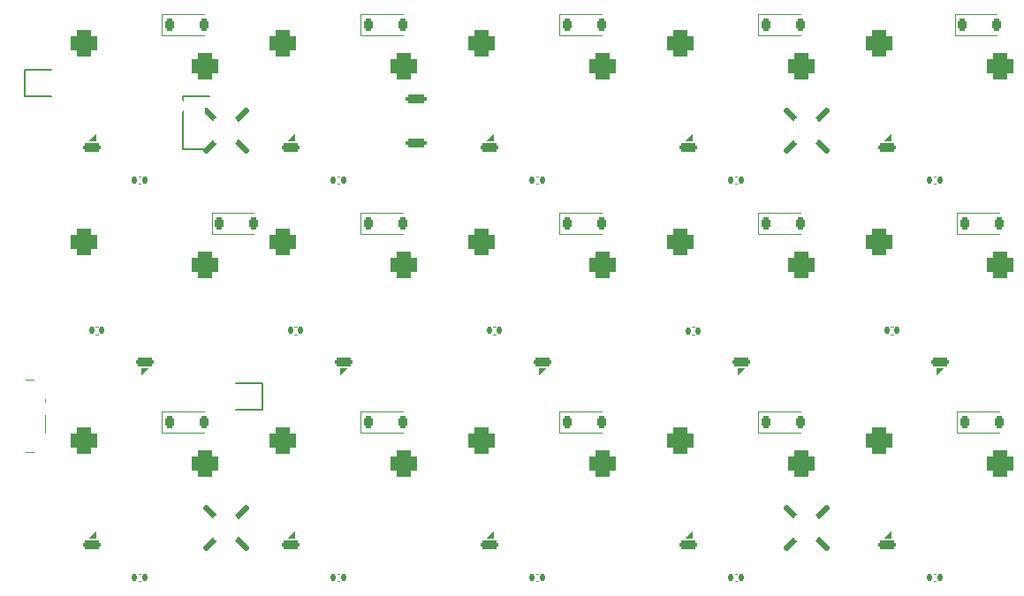
<source format=gbr>
%TF.GenerationSoftware,KiCad,Pcbnew,7.0.8*%
%TF.CreationDate,2023-12-01T15:01:34+01:00*%
%TF.ProjectId,briquet-rounded,62726971-7565-4742-9d72-6f756e646564,rev?*%
%TF.SameCoordinates,Original*%
%TF.FileFunction,Legend,Bot*%
%TF.FilePolarity,Positive*%
%FSLAX46Y46*%
G04 Gerber Fmt 4.6, Leading zero omitted, Abs format (unit mm)*
G04 Created by KiCad (PCBNEW 7.0.8) date 2023-12-01 15:01:34*
%MOMM*%
%LPD*%
G01*
G04 APERTURE LIST*
G04 Aperture macros list*
%AMRoundRect*
0 Rectangle with rounded corners*
0 $1 Rounding radius*
0 $2 $3 $4 $5 $6 $7 $8 $9 X,Y pos of 4 corners*
0 Add a 4 corners polygon primitive as box body*
4,1,4,$2,$3,$4,$5,$6,$7,$8,$9,$2,$3,0*
0 Add four circle primitives for the rounded corners*
1,1,$1+$1,$2,$3*
1,1,$1+$1,$4,$5*
1,1,$1+$1,$6,$7*
1,1,$1+$1,$8,$9*
0 Add four rect primitives between the rounded corners*
20,1,$1+$1,$2,$3,$4,$5,0*
20,1,$1+$1,$4,$5,$6,$7,0*
20,1,$1+$1,$6,$7,$8,$9,0*
20,1,$1+$1,$8,$9,$2,$3,0*%
G04 Aperture macros list end*
%ADD10C,0.600000*%
%ADD11C,0.150000*%
%ADD12C,0.100000*%
%ADD13C,0.120000*%
%ADD14C,3.000000*%
%ADD15C,1.600000*%
%ADD16R,1.700000X0.820000*%
%ADD17RoundRect,0.205000X0.645000X0.205000X-0.645000X0.205000X-0.645000X-0.205000X0.645000X-0.205000X0*%
%ADD18C,1.701800*%
%ADD19C,0.990600*%
%ADD20C,3.429000*%
%ADD21RoundRect,0.650000X-0.650000X-0.650000X0.650000X-0.650000X0.650000X0.650000X-0.650000X0.650000X0*%
%ADD22RoundRect,0.225000X-0.225000X-0.375000X0.225000X-0.375000X0.225000X0.375000X-0.225000X0.375000X0*%
%ADD23RoundRect,0.140000X0.140000X0.170000X-0.140000X0.170000X-0.140000X-0.170000X0.140000X-0.170000X0*%
%ADD24RoundRect,0.140000X-0.140000X-0.170000X0.140000X-0.170000X0.140000X0.170000X-0.140000X0.170000X0*%
%ADD25RoundRect,0.205000X-0.645000X-0.205000X0.645000X-0.205000X0.645000X0.205000X-0.645000X0.205000X0*%
%ADD26RoundRect,0.200000X-0.800000X0.200000X-0.800000X-0.200000X0.800000X-0.200000X0.800000X0.200000X0*%
%ADD27RoundRect,0.200000X0.800000X-0.200000X0.800000X0.200000X-0.800000X0.200000X-0.800000X-0.200000X0*%
%ADD28R,0.800000X1.000000*%
%ADD29C,0.900000*%
%ADD30R,1.500000X0.700000*%
G04 APERTURE END LIST*
D10*
%TO.C,H4*%
X159270000Y-86201250D02*
X163080000Y-90011250D01*
X163080000Y-86201250D02*
X159270000Y-90011250D01*
%TO.C,H3*%
X103620000Y-86201250D02*
X107430000Y-90011250D01*
X107430000Y-86201250D02*
X103620000Y-90011250D01*
%TO.C,H2*%
X159270000Y-48101250D02*
X163080000Y-51911250D01*
X163080000Y-48101250D02*
X159270000Y-51911250D01*
D11*
%TO.C,J1*%
X86330000Y-44195000D02*
X88870000Y-44195000D01*
X86330000Y-46735000D02*
X86330000Y-44195000D01*
X86330000Y-46735000D02*
X88870000Y-46735000D01*
X101420000Y-46725000D02*
X103960000Y-46725000D01*
X101420000Y-51805000D02*
X101420000Y-46725000D01*
X101420000Y-51805000D02*
X103960000Y-51805000D01*
D10*
%TO.C,H1*%
X103620000Y-48101250D02*
X107430000Y-51911250D01*
X107430000Y-48101250D02*
X103620000Y-51911250D01*
%TO.C,LED14*%
D12*
X150200000Y-89087502D02*
X149600000Y-89087502D01*
X150200000Y-88487502D01*
X150200000Y-89087502D01*
G36*
X150200000Y-89087502D02*
G01*
X149600000Y-89087502D01*
X150200000Y-88487502D01*
X150200000Y-89087502D01*
G37*
%TO.C,LED5*%
X169250000Y-50987500D02*
X168650000Y-50987500D01*
X169250000Y-50387500D01*
X169250000Y-50987500D01*
G36*
X169250000Y-50987500D02*
G01*
X168650000Y-50987500D01*
X169250000Y-50387500D01*
X169250000Y-50987500D01*
G37*
D13*
%TO.C,D6*%
X118489372Y-76986396D02*
X122499372Y-76986396D01*
X118489372Y-78986396D02*
X122499372Y-78986396D01*
X118489372Y-78986396D02*
X118489372Y-76986396D01*
%TO.C,C7*%
X112358415Y-69565485D02*
X112142743Y-69565485D01*
X112358415Y-68845485D02*
X112142743Y-68845485D01*
%TO.C,LED15*%
D12*
X169250000Y-89087502D02*
X168650000Y-89087502D01*
X169250000Y-88487502D01*
X169250000Y-89087502D01*
G36*
X169250000Y-89087502D02*
G01*
X168650000Y-89087502D01*
X169250000Y-88487502D01*
X169250000Y-89087502D01*
G37*
D13*
%TO.C,C1*%
X97192817Y-54409072D02*
X97408489Y-54409072D01*
X97192817Y-55129072D02*
X97408489Y-55129072D01*
%TO.C,D13*%
X175440000Y-38886172D02*
X179450000Y-38886172D01*
X175440000Y-40886172D02*
X179450000Y-40886172D01*
X175440000Y-40886172D02*
X175440000Y-38886172D01*
%TO.C,LED1*%
D12*
X93050000Y-50987500D02*
X92450000Y-50987500D01*
X93050000Y-50387500D01*
X93050000Y-50987500D01*
G36*
X93050000Y-50987500D02*
G01*
X92450000Y-50987500D01*
X93050000Y-50387500D01*
X93050000Y-50987500D01*
G37*
%TO.C,LED11*%
X93050560Y-89088032D02*
X92450560Y-89088032D01*
X93050560Y-88488032D01*
X93050560Y-89088032D01*
G36*
X93050560Y-89088032D02*
G01*
X92450560Y-89088032D01*
X93050560Y-88488032D01*
X93050560Y-89088032D01*
G37*
D13*
%TO.C,C12*%
X116242929Y-92509296D02*
X116458601Y-92509296D01*
X116242929Y-93229296D02*
X116458601Y-93229296D01*
%TO.C,D2*%
X104201564Y-57936284D02*
X108211564Y-57936284D01*
X104201564Y-59936284D02*
X108211564Y-59936284D01*
X104201564Y-59936284D02*
X104201564Y-57936284D01*
%TO.C,LED7*%
D12*
X154600000Y-73437502D02*
X154600000Y-72837502D01*
X155200000Y-72837502D01*
X154600000Y-73437502D01*
G36*
X154600000Y-73437502D02*
G01*
X154600000Y-72837502D01*
X155200000Y-72837502D01*
X154600000Y-73437502D01*
G37*
D13*
%TO.C,D11*%
X156589372Y-57936284D02*
X160599372Y-57936284D01*
X156589372Y-59936284D02*
X160599372Y-59936284D01*
X156589372Y-59936284D02*
X156589372Y-57936284D01*
%TO.C,D5*%
X118489148Y-57936284D02*
X122499148Y-57936284D01*
X118489148Y-59936284D02*
X122499148Y-59936284D01*
X118489148Y-59936284D02*
X118489148Y-57936284D01*
%TO.C,C11*%
X97192257Y-92508766D02*
X97407929Y-92508766D01*
X97192257Y-93228766D02*
X97407929Y-93228766D01*
%TO.C,C4*%
X154343153Y-54409072D02*
X154558825Y-54409072D01*
X154343153Y-55129072D02*
X154558825Y-55129072D01*
%TO.C,D7*%
X137539372Y-38886172D02*
X141549372Y-38886172D01*
X137539372Y-40886172D02*
X141549372Y-40886172D01*
X137539372Y-40886172D02*
X137539372Y-38886172D01*
%TO.C,LED6*%
D12*
X173650000Y-73437502D02*
X173650000Y-72837502D01*
X174250000Y-72837502D01*
X173650000Y-73437502D01*
G36*
X173650000Y-73437502D02*
G01*
X173650000Y-72837502D01*
X174250000Y-72837502D01*
X173650000Y-73437502D01*
G37*
D11*
%TO.C,J2*%
X109022196Y-76817500D02*
X106482196Y-76817500D01*
X109022196Y-76817500D02*
X109022196Y-74277500D01*
X109022196Y-74277500D02*
X106482196Y-74277500D01*
D13*
%TO.C,D3*%
X99439372Y-76986396D02*
X103449372Y-76986396D01*
X99439372Y-78986396D02*
X103449372Y-78986396D01*
X99439372Y-78986396D02*
X99439372Y-76986396D01*
%TO.C,LED10*%
D12*
X97450000Y-73437502D02*
X97450000Y-72837502D01*
X98050000Y-72837502D01*
X97450000Y-73437502D01*
G36*
X97450000Y-73437502D02*
G01*
X97450000Y-72837502D01*
X98050000Y-72837502D01*
X97450000Y-73437502D01*
G37*
D13*
%TO.C,C3*%
X135293041Y-54409072D02*
X135508713Y-54409072D01*
X135293041Y-55129072D02*
X135508713Y-55129072D01*
%TO.C,LED4*%
D12*
X150200000Y-50987500D02*
X149600000Y-50987500D01*
X150200000Y-50387500D01*
X150200000Y-50987500D01*
G36*
X150200000Y-50987500D02*
G01*
X149600000Y-50987500D01*
X150200000Y-50387500D01*
X150200000Y-50987500D01*
G37*
%TO.C,LED8*%
X135550000Y-73437502D02*
X135550000Y-72837502D01*
X136150000Y-72837502D01*
X135550000Y-73437502D01*
G36*
X135550000Y-73437502D02*
G01*
X135550000Y-72837502D01*
X136150000Y-72837502D01*
X135550000Y-73437502D01*
G37*
%TO.C,LED3*%
X131150000Y-50987500D02*
X130550000Y-50987500D01*
X131150000Y-50387500D01*
X131150000Y-50987500D01*
G36*
X131150000Y-50987500D02*
G01*
X130550000Y-50987500D01*
X131150000Y-50387500D01*
X131150000Y-50987500D01*
G37*
%TO.C,LED12*%
X112100672Y-89088032D02*
X111500672Y-89088032D01*
X112100672Y-88488032D01*
X112100672Y-89088032D01*
G36*
X112100672Y-89088032D02*
G01*
X111500672Y-89088032D01*
X112100672Y-88488032D01*
X112100672Y-89088032D01*
G37*
%TO.C,LED2*%
X112100000Y-50987500D02*
X111500000Y-50987500D01*
X112100000Y-50387500D01*
X112100000Y-50987500D01*
G36*
X112100000Y-50987500D02*
G01*
X111500000Y-50987500D01*
X112100000Y-50387500D01*
X112100000Y-50987500D01*
G37*
D13*
%TO.C,D9*%
X137539372Y-76986396D02*
X141549372Y-76986396D01*
X137539372Y-78986396D02*
X141549372Y-78986396D01*
X137539372Y-78986396D02*
X137539372Y-76986396D01*
%TO.C,C2*%
X116242929Y-54409072D02*
X116458601Y-54409072D01*
X116242929Y-55129072D02*
X116458601Y-55129072D01*
%TO.C,D15*%
X175639484Y-76986396D02*
X179649484Y-76986396D01*
X175639484Y-78986396D02*
X179649484Y-78986396D01*
X175639484Y-78986396D02*
X175639484Y-76986396D01*
%TO.C,C8*%
X131408527Y-69565485D02*
X131192855Y-69565485D01*
X131408527Y-68845485D02*
X131192855Y-68845485D01*
%TO.C,C14*%
X154343153Y-92509296D02*
X154558825Y-92509296D01*
X154343153Y-93229296D02*
X154558825Y-93229296D01*
%TO.C,SW13*%
X87150000Y-80841080D02*
X86360000Y-80841080D01*
X88200000Y-78991080D02*
X88200000Y-77291080D01*
X88200000Y-75991080D02*
X88200000Y-75791080D01*
X86360000Y-73941080D02*
X87150000Y-73941080D01*
%TO.C,C9*%
X150458639Y-69579079D02*
X150242967Y-69579079D01*
X150458639Y-68859079D02*
X150242967Y-68859079D01*
%TO.C,D10*%
X156589372Y-38886172D02*
X160599372Y-38886172D01*
X156589372Y-40886172D02*
X160599372Y-40886172D01*
X156589372Y-40886172D02*
X156589372Y-38886172D01*
%TO.C,LED9*%
D12*
X116500000Y-73437502D02*
X116500000Y-72837502D01*
X117100000Y-72837502D01*
X116500000Y-73437502D01*
G36*
X116500000Y-73437502D02*
G01*
X116500000Y-72837502D01*
X117100000Y-72837502D01*
X116500000Y-73437502D01*
G37*
D13*
%TO.C,C15*%
X173393265Y-92509296D02*
X173608937Y-92509296D01*
X173393265Y-93229296D02*
X173608937Y-93229296D01*
%TO.C,LED13*%
D12*
X131150000Y-89087502D02*
X130550000Y-89087502D01*
X131150000Y-88487502D01*
X131150000Y-89087502D01*
G36*
X131150000Y-89087502D02*
G01*
X130550000Y-89087502D01*
X131150000Y-88487502D01*
X131150000Y-89087502D01*
G37*
D13*
%TO.C,C10*%
X169508751Y-69565485D02*
X169293079Y-69565485D01*
X169508751Y-68845485D02*
X169293079Y-68845485D01*
%TO.C,C5*%
X173393265Y-54409072D02*
X173608937Y-54409072D01*
X173393265Y-55129072D02*
X173608937Y-55129072D01*
%TO.C,D12*%
X156589372Y-76986396D02*
X160599372Y-76986396D01*
X156589372Y-78986396D02*
X160599372Y-78986396D01*
X156589372Y-78986396D02*
X156589372Y-76986396D01*
%TO.C,C13*%
X135293041Y-92509296D02*
X135508713Y-92509296D01*
X135293041Y-93229296D02*
X135508713Y-93229296D01*
%TO.C,D4*%
X118489372Y-38886172D02*
X122499372Y-38886172D01*
X118489372Y-40886172D02*
X122499372Y-40886172D01*
X118489372Y-40886172D02*
X118489372Y-38886172D01*
%TO.C,D8*%
X137539260Y-57936284D02*
X141549260Y-57936284D01*
X137539260Y-59936284D02*
X141549260Y-59936284D01*
X137539260Y-59936284D02*
X137539260Y-57936284D01*
%TO.C,D1*%
X99439372Y-38886172D02*
X103449372Y-38886172D01*
X99439372Y-40886172D02*
X103449372Y-40886172D01*
X99439372Y-40886172D02*
X99439372Y-38886172D01*
%TO.C,C6*%
X93308303Y-69565485D02*
X93092631Y-69565485D01*
X93308303Y-68845485D02*
X93092631Y-68845485D01*
%TO.C,D14*%
X175639484Y-57936284D02*
X179649484Y-57936284D01*
X175639484Y-59936284D02*
X179649484Y-59936284D01*
X175639484Y-59936284D02*
X175639484Y-57936284D01*
%TD*%
%LPC*%
D14*
%TO.C,H4*%
X161175000Y-88106250D03*
%TD*%
%TO.C,H3*%
X105525000Y-88106250D03*
%TD*%
%TO.C,H2*%
X161175000Y-50006250D03*
%TD*%
D15*
%TO.C,J1*%
X87600000Y-42924000D03*
X87600000Y-45464000D03*
X87600000Y-48004000D03*
X87600000Y-50544000D03*
X87600000Y-53084000D03*
X87600000Y-55624000D03*
X87600000Y-58164000D03*
X87600000Y-60704000D03*
X87600000Y-63244000D03*
X87600000Y-65784000D03*
X87600000Y-68324000D03*
X87600000Y-70864000D03*
X102840000Y-55624000D03*
X102840000Y-58164000D03*
X102840000Y-48004000D03*
X102840000Y-50544000D03*
%TD*%
D14*
%TO.C,H1*%
X105525000Y-50006250D03*
%TD*%
D16*
%TO.C,LED14*%
X154950000Y-91237502D03*
X154950000Y-89737502D03*
D17*
X149850000Y-89737502D03*
D16*
X149850000Y-91237502D03*
%TD*%
D18*
%TO.C,CHOC11*%
X89750000Y-85725000D03*
D19*
X90030000Y-89925000D03*
D20*
X95250000Y-85725000D03*
D14*
X95250000Y-79775000D03*
X100250000Y-81975000D03*
D18*
X100750000Y-85725000D03*
D21*
X103525000Y-81975000D03*
X91975000Y-79775000D03*
%TD*%
D16*
%TO.C,LED5*%
X174000000Y-53137500D03*
X174000000Y-51637500D03*
D17*
X168900000Y-51637500D03*
D16*
X168900000Y-53137500D03*
%TD*%
D22*
%TO.C,D6*%
X119199372Y-77986396D03*
X122499372Y-77986396D03*
%TD*%
D23*
%TO.C,C7*%
X112730579Y-69205485D03*
X111770579Y-69205485D03*
%TD*%
D18*
%TO.C,CHOC13*%
X127850001Y-85725001D03*
D19*
X128130001Y-89925001D03*
D20*
X133350001Y-85725001D03*
D14*
X133350001Y-79775001D03*
X138350001Y-81975001D03*
D18*
X138850001Y-85725001D03*
D21*
X141625001Y-81975001D03*
X130075001Y-79775001D03*
%TD*%
D16*
%TO.C,LED15*%
X174000000Y-91237502D03*
X174000000Y-89737502D03*
D17*
X168900000Y-89737502D03*
D16*
X168900000Y-91237502D03*
%TD*%
D24*
%TO.C,C1*%
X96820653Y-54769072D03*
X97780653Y-54769072D03*
%TD*%
D22*
%TO.C,D13*%
X176150000Y-39886172D03*
X179450000Y-39886172D03*
%TD*%
D18*
%TO.C,CHOC8*%
X127850001Y-66675001D03*
D19*
X128130001Y-70875001D03*
D20*
X133350001Y-66675001D03*
D14*
X133350001Y-60725001D03*
X138350001Y-62925001D03*
D18*
X138850001Y-66675001D03*
D21*
X141625001Y-62925001D03*
X130075001Y-60725001D03*
%TD*%
D16*
%TO.C,LED1*%
X97800000Y-53137500D03*
X97800000Y-51637500D03*
D17*
X92700000Y-51637500D03*
D16*
X92700000Y-53137500D03*
%TD*%
%TO.C,LED11*%
X97800560Y-91238032D03*
X97800560Y-89738032D03*
D17*
X92700560Y-89738032D03*
D16*
X92700560Y-91238032D03*
%TD*%
D24*
%TO.C,C12*%
X115870765Y-92869296D03*
X116830765Y-92869296D03*
%TD*%
D22*
%TO.C,D2*%
X104911564Y-58936284D03*
X108211564Y-58936284D03*
%TD*%
D16*
%TO.C,LED7*%
X149850000Y-70687502D03*
X149850000Y-72187502D03*
D25*
X154950000Y-72187502D03*
D16*
X154950000Y-70687502D03*
%TD*%
D26*
%TO.C,RST1*%
X123825728Y-47013570D03*
D27*
X123825728Y-51213570D03*
%TD*%
D22*
%TO.C,D11*%
X157299372Y-58936284D03*
X160599372Y-58936284D03*
%TD*%
D18*
%TO.C,CHOC1*%
X89750000Y-47624998D03*
D19*
X90030000Y-51824998D03*
D20*
X95250000Y-47624998D03*
D14*
X95250000Y-41674998D03*
X100250000Y-43874998D03*
D18*
X100750000Y-47624998D03*
D21*
X103525000Y-43874998D03*
X91975000Y-41674998D03*
%TD*%
D22*
%TO.C,D5*%
X119199148Y-58936284D03*
X122499148Y-58936284D03*
%TD*%
D24*
%TO.C,C11*%
X96820093Y-92868766D03*
X97780093Y-92868766D03*
%TD*%
%TO.C,C4*%
X153970989Y-54769072D03*
X154930989Y-54769072D03*
%TD*%
D22*
%TO.C,D7*%
X138249372Y-39886172D03*
X141549372Y-39886172D03*
%TD*%
D16*
%TO.C,LED6*%
X168900000Y-70687502D03*
X168900000Y-72187502D03*
D25*
X174000000Y-72187502D03*
D16*
X174000000Y-70687502D03*
%TD*%
D18*
%TO.C,CHOC9*%
X146900000Y-66675000D03*
D19*
X147180000Y-70875000D03*
D20*
X152400000Y-66675000D03*
D14*
X152400000Y-60725000D03*
X157400000Y-62925000D03*
D18*
X157900000Y-66675000D03*
D21*
X160675000Y-62925000D03*
X149125000Y-60725000D03*
%TD*%
D15*
%TO.C,J2*%
X107752196Y-75547500D03*
X107752196Y-78087500D03*
%TD*%
D18*
%TO.C,CHOC5*%
X165950001Y-47624999D03*
D19*
X166230001Y-51824999D03*
D20*
X171450001Y-47624999D03*
D14*
X171450001Y-41674999D03*
X176450001Y-43874999D03*
D18*
X176950001Y-47624999D03*
D21*
X179725001Y-43874999D03*
X168175001Y-41674999D03*
%TD*%
D22*
%TO.C,D3*%
X100149372Y-77986396D03*
X103449372Y-77986396D03*
%TD*%
D16*
%TO.C,LED10*%
X92700000Y-70687502D03*
X92700000Y-72187502D03*
D25*
X97800000Y-72187502D03*
D16*
X97800000Y-70687502D03*
%TD*%
D24*
%TO.C,C3*%
X134920877Y-54769072D03*
X135880877Y-54769072D03*
%TD*%
D18*
%TO.C,CHOC3*%
X127850000Y-47624998D03*
D19*
X128130000Y-51824998D03*
D20*
X133350000Y-47624998D03*
D14*
X133350000Y-41674998D03*
X138350000Y-43874998D03*
D18*
X138850000Y-47624998D03*
D21*
X141625000Y-43874998D03*
X130075000Y-41674998D03*
%TD*%
D16*
%TO.C,LED4*%
X154950000Y-53137500D03*
X154950000Y-51637500D03*
D17*
X149850000Y-51637500D03*
D16*
X149850000Y-53137500D03*
%TD*%
%TO.C,LED8*%
X130800000Y-70687502D03*
X130800000Y-72187502D03*
D25*
X135900000Y-72187502D03*
D16*
X135900000Y-70687502D03*
%TD*%
%TO.C,LED3*%
X135900000Y-53137500D03*
X135900000Y-51637500D03*
D17*
X130800000Y-51637500D03*
D16*
X130800000Y-53137500D03*
%TD*%
D18*
%TO.C,CHOC10*%
X165950000Y-66675000D03*
D19*
X166230000Y-70875000D03*
D20*
X171450000Y-66675000D03*
D14*
X171450000Y-60725000D03*
X176450000Y-62925000D03*
D18*
X176950000Y-66675000D03*
D21*
X179725000Y-62925000D03*
X168175000Y-60725000D03*
%TD*%
D16*
%TO.C,LED12*%
X116850672Y-91238032D03*
X116850672Y-89738032D03*
D17*
X111750672Y-89738032D03*
D16*
X111750672Y-91238032D03*
%TD*%
%TO.C,LED2*%
X116850000Y-53137500D03*
X116850000Y-51637500D03*
D17*
X111750000Y-51637500D03*
D16*
X111750000Y-53137500D03*
%TD*%
D22*
%TO.C,D9*%
X138249372Y-77986396D03*
X141549372Y-77986396D03*
%TD*%
D24*
%TO.C,C2*%
X115870765Y-54769072D03*
X116830765Y-54769072D03*
%TD*%
D18*
%TO.C,CHOC2*%
X108800000Y-47624998D03*
D19*
X109080000Y-51824998D03*
D20*
X114300000Y-47624998D03*
D14*
X114300000Y-41674998D03*
X119300000Y-43874998D03*
D18*
X119800000Y-47624998D03*
D21*
X122575000Y-43874998D03*
X111025000Y-41674998D03*
%TD*%
D22*
%TO.C,D15*%
X176349484Y-77986396D03*
X179649484Y-77986396D03*
%TD*%
D23*
%TO.C,C8*%
X131780691Y-69205485D03*
X130820691Y-69205485D03*
%TD*%
D18*
%TO.C,CHOC15*%
X165950000Y-85725000D03*
D19*
X166230000Y-89925000D03*
D20*
X171450000Y-85725000D03*
D14*
X171450000Y-79775000D03*
X176450000Y-81975000D03*
D18*
X176950000Y-85725000D03*
D21*
X179725000Y-81975000D03*
X168175000Y-79775000D03*
%TD*%
D24*
%TO.C,C14*%
X153970989Y-92869296D03*
X154930989Y-92869296D03*
%TD*%
D18*
%TO.C,CHOC4*%
X146900000Y-47624998D03*
D19*
X147180000Y-51824998D03*
D20*
X152400000Y-47624998D03*
D14*
X152400000Y-41674998D03*
X157400000Y-43874998D03*
D18*
X157900000Y-47624998D03*
D21*
X160675000Y-43874998D03*
X149125000Y-41674998D03*
%TD*%
D28*
%TO.C,SW13*%
X87860000Y-81041080D03*
X85650000Y-81041080D03*
D29*
X86750000Y-78891080D03*
X86750000Y-75891080D03*
D28*
X87860000Y-73741080D03*
X85650000Y-73741080D03*
D30*
X88510000Y-79641080D03*
X88510000Y-76641080D03*
X88510000Y-75141080D03*
%TD*%
D23*
%TO.C,C9*%
X150830803Y-69219079D03*
X149870803Y-69219079D03*
%TD*%
D22*
%TO.C,D10*%
X157299372Y-39886172D03*
X160599372Y-39886172D03*
%TD*%
D18*
%TO.C,CHOC7*%
X108800000Y-66675000D03*
D19*
X109080000Y-70875000D03*
D20*
X114300000Y-66675000D03*
D14*
X114300000Y-60725000D03*
X119300000Y-62925000D03*
D18*
X119800000Y-66675000D03*
D21*
X122575000Y-62925000D03*
X111025000Y-60725000D03*
%TD*%
D16*
%TO.C,LED9*%
X111750000Y-70687502D03*
X111750000Y-72187502D03*
D25*
X116850000Y-72187502D03*
D16*
X116850000Y-70687502D03*
%TD*%
D24*
%TO.C,C15*%
X173021101Y-92869296D03*
X173981101Y-92869296D03*
%TD*%
D16*
%TO.C,LED13*%
X135900000Y-91237502D03*
X135900000Y-89737502D03*
D17*
X130800000Y-89737502D03*
D16*
X130800000Y-91237502D03*
%TD*%
D23*
%TO.C,C10*%
X169880915Y-69205485D03*
X168920915Y-69205485D03*
%TD*%
D24*
%TO.C,C5*%
X173021101Y-54769072D03*
X173981101Y-54769072D03*
%TD*%
D22*
%TO.C,D12*%
X157299372Y-77986396D03*
X160599372Y-77986396D03*
%TD*%
D18*
%TO.C,CHOC6*%
X89750000Y-66675000D03*
D19*
X90030000Y-70875000D03*
D20*
X95250000Y-66675000D03*
D14*
X95250000Y-60725000D03*
X100250000Y-62925000D03*
D18*
X100750000Y-66675000D03*
D21*
X103525000Y-62925000D03*
X91975000Y-60725000D03*
%TD*%
D18*
%TO.C,CHOC14*%
X146900001Y-85725001D03*
D19*
X147180001Y-89925001D03*
D20*
X152400001Y-85725001D03*
D14*
X152400001Y-79775001D03*
X157400001Y-81975001D03*
D18*
X157900001Y-85725001D03*
D21*
X160675001Y-81975001D03*
X149125001Y-79775001D03*
%TD*%
D24*
%TO.C,C13*%
X134920877Y-92869296D03*
X135880877Y-92869296D03*
%TD*%
D22*
%TO.C,D4*%
X119199372Y-39886172D03*
X122499372Y-39886172D03*
%TD*%
%TO.C,D8*%
X138249260Y-58936284D03*
X141549260Y-58936284D03*
%TD*%
%TO.C,D1*%
X100149372Y-39886172D03*
X103449372Y-39886172D03*
%TD*%
D23*
%TO.C,C6*%
X93680467Y-69205485D03*
X92720467Y-69205485D03*
%TD*%
D18*
%TO.C,CHOC12*%
X108800000Y-85725000D03*
D19*
X109080000Y-89925000D03*
D20*
X114300000Y-85725000D03*
D14*
X114300000Y-79775000D03*
X119300000Y-81975000D03*
D18*
X119800000Y-85725000D03*
D21*
X122575000Y-81975000D03*
X111025000Y-79775000D03*
%TD*%
D22*
%TO.C,D14*%
X176349484Y-58936284D03*
X179649484Y-58936284D03*
%TD*%
%LPD*%
M02*

</source>
